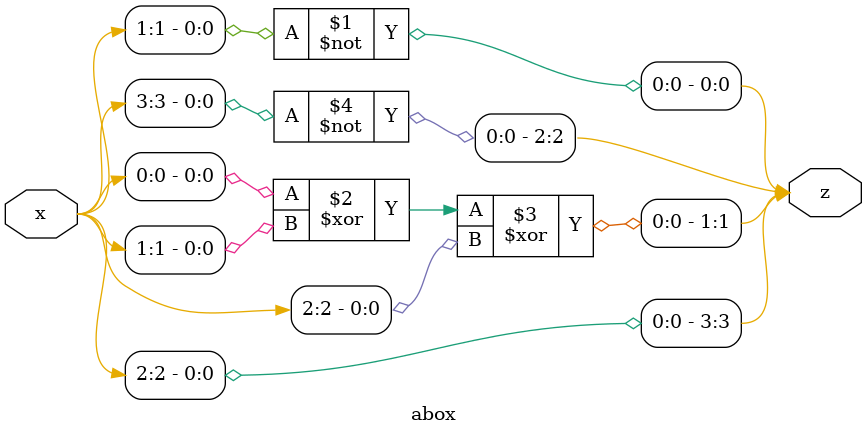
<source format=v>
`timescale 1ns / 1ps
/*
* -----------------------------------------------------------------
* AUTHOR  : Nicolai Müller (nicolai.mueller@rub.de)
* DOCUMENT: "Low-Latency Hardware Masking of PRINCE" (COSADE 2021)
* -----------------------------------------------------------------
*
* Copyright (c) 2021, Nicolai Müller
*
* All rights reserved.
*
* THIS SOFTWARE IS PROVIDED BY THE COPYRIGHT HOLDERS AND CONTRIBUTORS "AS IS" AND
* ANY EXPRESS OR IMPLIED WARRANTIES, INCLUDING, BUT NOT LIMITED TO, THE IMPLIED
* WARRANTIES OF MERCHANTABILITY AND FITNESS FOR A PARTICULAR PURPOSE ARE
* DISCLAIMED. IN NO EVENT SHALL THE COPYRIGHT HOLDER OR CONTRIBUTERS BE LIABLE FOR ANY
* DIRECT, INDIRECT, INCIDENTAL, SPECIAL, EXEMPLARY, OR CONSEQUENTIAL DAMAGES
* (INCLUDING, BUT NOT LIMITED TO, PROCUREMENT OF SUBSTITUTE GOODS OR SERVICES;
* LOSS OF USE, DATA, OR PROFITS; OR BUSINESS INTERRUPTION) HOWEVER CAUSED AND
* ON ANY THEORY OF LIABILITY, WHETHER IN CONTRACT, STRICT LIABILITY, OR TORT
* (INCLUDING NEGLIGENCE OR OTHERWISE) ARISING IN ANY WAY OUT OF THE USE OF THIS
* SOFTWARE, EVEN IF ADVISED OF THE POSSIBILITY OF SUCH DAMAGE.
*
* Please see LICENSE and README for license and further instructions.
*/

module abox(
    input [3:0] x,
    output [3:0] z
    );
    
    assign z[0] = ~x[1];
    assign z[1] = x[0] ^ x[1] ^ x[2];
    assign z[2] = ~x[3];
    assign z[3] = x[2];
endmodule

</source>
